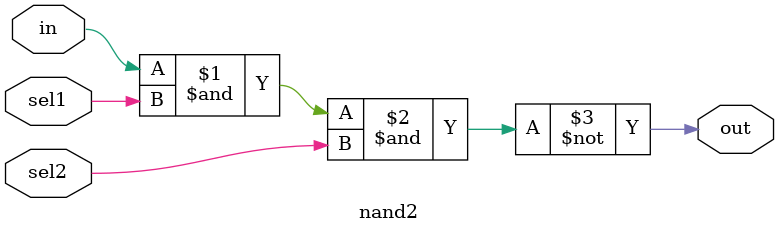
<source format=v>
`timescale 1ns / 1ps


module nand2(in, sel1, sel2, out);
    input in, sel1, sel2;
    output out;
    assign out = ~(in & sel1 & sel2);
endmodule
</source>
